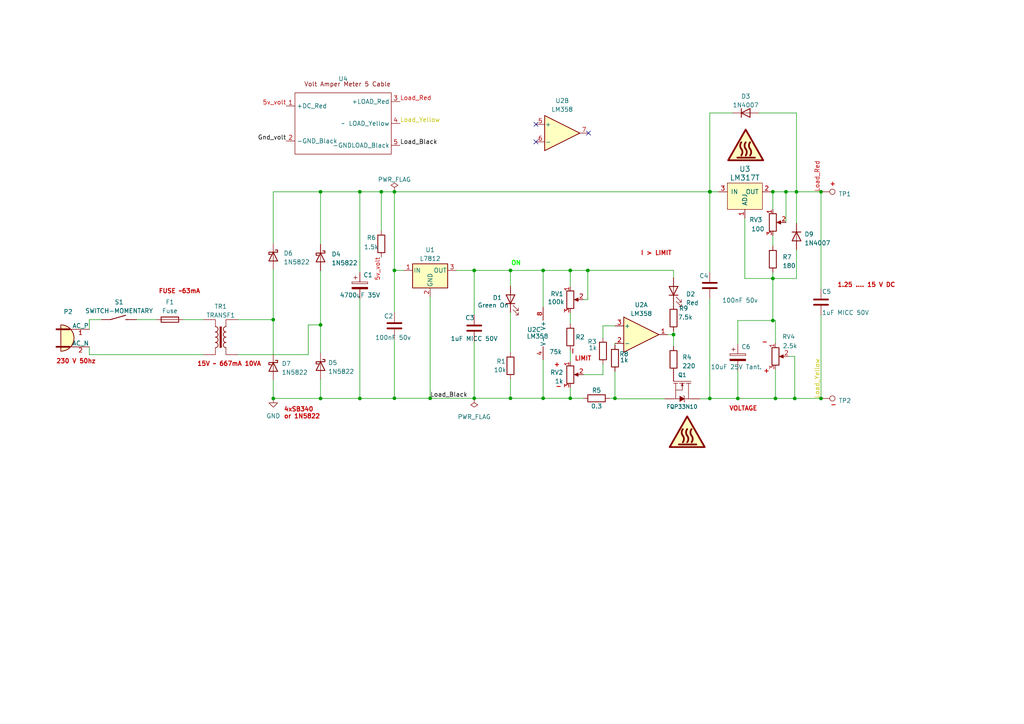
<source format=kicad_sch>
(kicad_sch (version 20230121) (generator eeschema)
  (paper "A4")
  (lib_symbols
    (symbol "Amplifier_Operational:LM358" (pin_names (offset 0.127))
      (property "Reference" "U" (at 0 5.08 0))
      (property "Value" "LM358" (at 0 -5.08 0))
      (symbol "LM358_1_1"
        (polyline (pts (xy -5.08 5.08) (xy 5.08 0) (xy -5.08 -5.08) (xy -5.08 5.08)) (stroke (width 0.254)) (fill (type background)))
        (pin output line (at 7.62 0 180) (length 2.54) (name "~") (number "1"))
        (pin input line (at -7.62 -2.54 0) (length 2.54) (name "-") (number "2"))
        (pin input line (at -7.62 2.54 0) (length 2.54) (name "+") (number "3"))
      )
      (symbol "LM358_2_1"
        (polyline (pts (xy -5.08 5.08) (xy 5.08 0) (xy -5.08 -5.08) (xy -5.08 5.08)) (stroke (width 0.254)) (fill (type background)))
        (pin input line (at -7.62 2.54 0) (length 2.54) (name "+") (number "5"))
        (pin input line (at -7.62 -2.54 0) (length 2.54) (name "-") (number "6"))
        (pin output line (at 7.62 0 180) (length 2.54) (name "~") (number "7"))
      )
      (symbol "LM358_3_1"
        (pin power_in line (at -2.54 -7.62 90) (length 3.81) (name "V-") (number "4"))
        (pin power_in line (at -2.54 7.62 270) (length 3.81) (name "V+") (number "8"))
      )
    )
    (symbol "Bench_Power_Supply:Volt_AM_Meter"
      (property "Reference" "U" (at 0 0 0))
      (symbol "Volt_AM_Meter_0_1"
        (rectangle (start -13.97 8.89) (end 13.97 -8.89))
      )
      (symbol "Volt_AM_Meter_1_1"
        (text "Volt Amper Meter 5 Cable" (at 1.27 11.43 0) (effects (font (size 1.27 1.27))))
        (pin power_in line (at -16.51 5.08 0) (length 2.54) (name "+DC_Red") (number "1"))
        (pin power_out line (at -16.51 -5.08 0) (length 2.54) (name "-GND_Black") (number "2"))
        (pin power_in line (at 16.51 6.35 180) (length 2.54) (name "+LOAD_Red") (number "3"))
        (pin power_in line (at 16.51 0 180) (length 2.54) (name "LOAD_Yellow") (number "4"))
        (pin power_out line (at 16.51 -6.35 180) (length 2.54) (name "-GNDLOAD_Black") (number "5"))
      )
    )
    (symbol "Connector:Conn_WallPlug" (pin_names (offset 0))
      (property "Reference" "P" (at -1.27 4.445 0))
      (property "Value" "Conn_WallPlug" (at -5.715 0 90))
      (symbol "Conn_WallPlug_0_1"
        (arc (start -3.175 -3.81) (mid 0.6184 0) (end -3.175 3.81) (stroke (width 0.254)) (fill (type background)))
        (polyline (pts (xy -4.445 -2.54) (xy -0.635 -2.54)) (stroke (width 0.508)))
        (polyline (pts (xy -4.445 2.54) (xy -0.635 2.54)) (stroke (width 0.508)))
        (polyline (pts (xy -3.175 -3.81) (xy -3.175 3.81)) (stroke (width 0.254)))
        (polyline (pts (xy -0.635 -2.54) (xy 2.54 -2.54)))
        (polyline (pts (xy -0.635 2.54) (xy 2.54 2.54)))
      )
      (symbol "Conn_WallPlug_1_1"
        (pin power_out line (at 5.08 2.54 180) (length 5.08) (name "AC_P") (number "1"))
        (pin power_out line (at 5.08 -2.54 180) (length 5.08) (name "AC_N") (number "2"))
      )
    )
    (symbol "Connector:TestPoint" (pin_numbers hide) (pin_names (offset 0.762) hide)
      (property "Reference" "TP" (at 0 6.858 0))
      (property "Value" "TestPoint" (at 0 5.08 0))
      (symbol "TestPoint_0_1"
        (circle (center 0 3.302) (radius 0.762))
      )
      (symbol "TestPoint_1_1"
        (pin passive line (at 0 0 90) (length 2.54) (name "1") (number "1"))
      )
    )
    (symbol "Device:C" (pin_numbers hide) (pin_names (offset 0.254))
      (property "Reference" "C" (at 0.635 2.54 0))
      (property "Value" "C" (at 0.635 -2.54 0))
      (symbol "C_0_1"
        (polyline (pts (xy -2.032 -0.762) (xy 2.032 -0.762)) (stroke (width 0.508)))
        (polyline (pts (xy -2.032 0.762) (xy 2.032 0.762)) (stroke (width 0.508)))
      )
      (symbol "C_1_1"
        (pin passive line (at 0 3.81 270) (length 2.794) (name "~") (number "1"))
        (pin passive line (at 0 -3.81 90) (length 2.794) (name "~") (number "2"))
      )
    )
    (symbol "Device:C_Polarized" (pin_numbers hide) (pin_names (offset 0.254))
      (property "Reference" "C" (at 0.635 2.54 0))
      (property "Value" "C_Polarized" (at 0.635 -2.54 0))
      (symbol "C_Polarized_0_1"
        (rectangle (start -2.286 0.508) (end 2.286 1.016))
        (polyline (pts (xy -1.778 2.286) (xy -0.762 2.286)))
        (polyline (pts (xy -1.27 2.794) (xy -1.27 1.778)))
        (rectangle (start 2.286 -0.508) (end -2.286 -1.016) (fill (type outline)))
      )
      (symbol "C_Polarized_1_1"
        (pin passive line (at 0 3.81 270) (length 2.794) (name "~") (number "1"))
        (pin passive line (at 0 -3.81 90) (length 2.794) (name "~") (number "2"))
      )
    )
    (symbol "Device:Fuse" (pin_numbers hide) (pin_names (offset 0))
      (property "Reference" "F" (at 2.032 0 90))
      (property "Value" "Fuse" (at -1.905 0 90))
      (symbol "Fuse_0_1"
        (rectangle (start -0.762 -2.54) (end 0.762 2.54) (stroke (width 0.254)))
        (polyline (pts (xy 0 2.54) (xy 0 -2.54)))
      )
      (symbol "Fuse_1_1"
        (pin passive line (at 0 3.81 270) (length 1.27) (name "~") (number "1"))
        (pin passive line (at 0 -3.81 90) (length 1.27) (name "~") (number "2"))
      )
    )
    (symbol "Device:LED" (pin_numbers hide) (pin_names (offset 1.016) hide)
      (property "Reference" "D" (at 0 2.54 0))
      (property "Value" "LED" (at 0 -2.54 0))
      (symbol "LED_0_1"
        (polyline (pts (xy -1.27 -1.27) (xy -1.27 1.27)) (stroke (width 0.254)))
        (polyline (pts (xy -1.27 0) (xy 1.27 0)))
        (polyline (pts (xy 1.27 -1.27) (xy 1.27 1.27) (xy -1.27 0) (xy 1.27 -1.27)) (stroke (width 0.254)))
        (polyline (pts (xy -3.048 -0.762) (xy -4.572 -2.286) (xy -3.81 -2.286) (xy -4.572 -2.286) (xy -4.572 -1.524)))
        (polyline (pts (xy -1.778 -0.762) (xy -3.302 -2.286) (xy -2.54 -2.286) (xy -3.302 -2.286) (xy -3.302 -1.524)))
      )
      (symbol "LED_1_1"
        (pin passive line (at -3.81 0 0) (length 2.54) (name "K") (number "1"))
        (pin passive line (at 3.81 0 180) (length 2.54) (name "A") (number "2"))
      )
    )
    (symbol "Device:R" (pin_numbers hide) (pin_names (offset 0))
      (property "Reference" "R" (at 2.032 0 90))
      (property "Value" "R" (at 0 0 90))
      (symbol "R_0_1"
        (rectangle (start -1.016 -2.54) (end 1.016 2.54) (stroke (width 0.254)))
      )
      (symbol "R_1_1"
        (pin passive line (at 0 3.81 270) (length 1.27) (name "~") (number "1"))
        (pin passive line (at 0 -3.81 90) (length 1.27) (name "~") (number "2"))
      )
    )
    (symbol "Device:R_Potentiometer" (pin_names (offset 1.016) hide)
      (property "Reference" "RV" (at -4.445 0 90))
      (property "Value" "R_Potentiometer" (at -2.54 0 90))
      (symbol "R_Potentiometer_0_1"
        (polyline (pts (xy 2.54 0) (xy 1.524 0)))
        (polyline (pts (xy 1.143 0) (xy 2.286 0.508) (xy 2.286 -0.508) (xy 1.143 0)) (fill (type outline)))
        (rectangle (start 1.016 2.54) (end -1.016 -2.54) (stroke (width 0.254)))
      )
      (symbol "R_Potentiometer_1_1"
        (pin passive line (at 0 3.81 270) (length 1.27) (name "1") (number "1"))
        (pin passive line (at 3.81 0 180) (length 1.27) (name "2") (number "2"))
        (pin passive line (at 0 -3.81 90) (length 1.27) (name "3") (number "3"))
      )
    )
    (symbol "Diode:1N4007" (pin_numbers hide) (pin_names hide)
      (property "Reference" "D" (at 0 2.54 0))
      (property "Value" "1N4007" (at 0 -2.54 0))
      (symbol "1N4007_0_1"
        (polyline (pts (xy -1.27 1.27) (xy -1.27 -1.27)) (stroke (width 0.254)))
        (polyline (pts (xy 1.27 0) (xy -1.27 0)))
        (polyline (pts (xy 1.27 1.27) (xy 1.27 -1.27) (xy -1.27 0) (xy 1.27 1.27)) (stroke (width 0.254)))
      )
      (symbol "1N4007_1_1"
        (pin passive line (at -3.81 0 0) (length 2.54) (name "K") (number "1"))
        (pin passive line (at 3.81 0 180) (length 2.54) (name "A") (number "2"))
      )
    )
    (symbol "Diode:1N5822" (pin_numbers hide) (pin_names (offset 1.016) hide)
      (property "Reference" "D" (at 0 2.54 0))
      (property "Value" "1N5822" (at 0 -2.54 0))
      (symbol "1N5822_0_1"
        (polyline (pts (xy 1.27 0) (xy -1.27 0)))
        (polyline (pts (xy 1.27 1.27) (xy 1.27 -1.27) (xy -1.27 0) (xy 1.27 1.27)) (stroke (width 0.254)))
        (polyline (pts (xy -1.905 0.635) (xy -1.905 1.27) (xy -1.27 1.27) (xy -1.27 -1.27) (xy -0.635 -1.27) (xy -0.635 -0.635)) (stroke (width 0.254)))
      )
      (symbol "1N5822_1_1"
        (pin passive line (at -3.81 0 0) (length 2.54) (name "K") (number "1"))
        (pin passive line (at 3.81 0 180) (length 2.54) (name "A") (number "2"))
      )
    )
    (symbol "Graphic:SYM_Hot_Large" (on_board no)
      (symbol "SYM_Hot_Large_0_1"
        (arc (start -1.27 -3.683) (mid -0.9449 -2.728) (end -1.27 -1.778) (stroke (width 0.508)))
        (arc (start -1.27 0.127) (mid -1.5951 -0.828) (end -1.27 -1.778) (stroke (width 0.508)))
        (arc (start 0 -3.683) (mid 0.3251 -2.728) (end 0 -1.778) (stroke (width 0.508)))
        (polyline (pts (xy -2.413 -4.318) (xy 2.667 -4.318)) (stroke (width 0.508)))
        (polyline (pts (xy -5.08 -5.08) (xy 5.08 -5.08) (xy 0 3.81) (xy -5.08 -5.08)) (stroke (width 0.508)) (fill (type background)))
        (arc (start 0 0.127) (mid -0.3251 -0.828) (end 0 -1.778) (stroke (width 0.508)))
        (arc (start 1.27 -3.683) (mid 1.5951 -2.728) (end 1.27 -1.778) (stroke (width 0.508)))
        (arc (start 1.27 0.127) (mid 0.9449 -0.828) (end 1.27 -1.778) (stroke (width 0.508)))
      )
    )
    (symbol "Regulator_Linear:L7812" (pin_names (offset 0.254))
      (property "Reference" "U" (at -3.81 3.175 0))
      (property "Value" "L7812" (at 0 3.175 0))
      (symbol "L7812_0_1"
        (rectangle (start -5.08 1.905) (end 5.08 -5.08) (stroke (width 0.254)) (fill (type background)))
      )
      (symbol "L7812_1_1"
        (pin power_in line (at -7.62 0 0) (length 2.54) (name "IN") (number "1"))
        (pin power_in line (at 0 -7.62 90) (length 2.54) (name "GND") (number "2"))
        (pin power_out line (at 7.62 0 180) (length 2.54) (name "OUT") (number "3"))
      )
    )
    (symbol "SparkFun-DiscreteSemi:MOSFET-NCH-FQP30N06L" (pin_numbers hide) (pin_names (offset 1.016) hide)
      (property "Reference" "Q" (at 3.81 3.81 0))
      (property "Value" "MOSFET-NCH-FQP30N06L" (at 3.81 -5.08 0))
      (property "Field4" "TRANS-10060" (at 0 7.62 0))
      (symbol "MOSFET-NCH-FQP30N06L_1_0"
        (polyline (pts (xy -2.54 -2.54) (xy -2.54 2.54)))
        (polyline (pts (xy -1.9812 -1.905) (xy -1.9812 -2.54)))
        (polyline (pts (xy -1.9812 -1.905) (xy 0 -1.905)))
        (polyline (pts (xy -1.9812 -1.2954) (xy -1.9812 -1.905)))
        (polyline (pts (xy -1.9812 0.6858) (xy -1.9812 -0.8382)))
        (polyline (pts (xy -1.9812 1.8034) (xy -1.9812 1.0922)))
        (polyline (pts (xy -1.9812 1.8034) (xy 2.54 1.8034)))
        (polyline (pts (xy -1.9812 2.54) (xy -1.9812 1.8034)))
        (polyline (pts (xy 0 -1.905) (xy 0 0)))
        (polyline (pts (xy 0 0) (xy -1.2192 0)))
        (polyline (pts (xy 1.6002 0.381) (xy 1.778 0.5588)))
        (polyline (pts (xy 2.54 -2.54) (xy 2.54 -1.905)))
        (polyline (pts (xy 2.54 -1.905) (xy 0 -1.905)))
        (polyline (pts (xy 2.54 -0.7112) (xy 2.54 -1.905)))
        (polyline (pts (xy 2.54 0.5588) (xy 1.778 0.5588)))
        (polyline (pts (xy 2.54 0.5588) (xy 3.302 0.5588)))
        (polyline (pts (xy 2.54 1.8034) (xy 2.54 0.5588)))
        (polyline (pts (xy 2.54 2.54) (xy 2.54 1.8034)))
        (polyline (pts (xy 3.302 0.5588) (xy 3.4798 0.7366)))
      )
      (symbol "MOSFET-NCH-FQP30N06L_1_1"
        (polyline (pts (xy -1.9812 0) (xy -1.2192 0.254) (xy -1.2192 0.254) (xy -1.2192 -0.254) (xy -1.2192 -0.254) (xy -1.9812 0)) (fill (type outline)))
        (polyline (pts (xy 1.778 -0.7112) (xy 2.54 0.5588) (xy 2.54 0.5588) (xy 3.302 -0.7112) (xy 3.302 -0.7112) (xy 1.778 -0.7112)) (fill (type outline)))
        (pin bidirectional line (at -5.08 -2.54 0) (length 2.54) (name "G") (number "1"))
        (pin bidirectional line (at 2.54 5.08 270) (length 2.54) (name "D") (number "2"))
        (pin bidirectional line (at 2.54 -5.08 90) (length 2.54) (name "S") (number "3"))
      )
    )
    (symbol "Switches:SWITCH-MOMENTARY" (pin_numbers hide) (pin_names (offset 1.27) hide)
      (property "Reference" "S" (at -2.54 2.54 0))
      (property "Value" "SWITCH-MOMENTARY" (at -2.54 -2.54 0))
      (symbol "SWITCH-MOMENTARY_1_0"
        (polyline (pts (xy -2.54 0) (xy 1.905 1.27)) (stroke (width 0.254)))
        (polyline (pts (xy 1.905 0) (xy 2.54 0)) (stroke (width 0.254)))
      )
      (symbol "SWITCH-MOMENTARY_1_1"
        (pin passive line (at -5.08 0 0) (length 2.54) (name "1") (number "1"))
        (pin passive line (at 5.08 0 180) (length 2.54) (name "2") (number "3"))
      )
    )
    (symbol "Transformer:TRANSF1" (pin_numbers hide) (pin_names (offset 0))
      (property "Reference" "TR" (at 0 6.35 0))
      (property "Value" "TRANSF1" (at 0 -6.35 0))
      (symbol "TRANSF1_0_1"
        (arc (start -1.524 -3.048) (mid -0.7653 -2.286) (end -1.524 -1.524) (stroke (width 0.2032)))
        (arc (start -1.524 -1.524) (mid -0.7653 -0.762) (end -1.524 0) (stroke (width 0.2032)))
        (arc (start -1.524 0) (mid -0.7653 0.762) (end -1.524 1.524) (stroke (width 0.2032)))
        (arc (start -1.524 1.524) (mid -0.7653 2.286) (end -1.524 3.048) (stroke (width 0.2032)))
        (rectangle (start -0.254 3.048) (end 0.254 -3.048) (stroke (width 0.0254)) (fill (type outline)))
        (polyline (pts (xy -2.54 5.08) (xy -1.524 5.08) (xy -1.524 3.048) (xy -1.524 3.048)) (stroke (width 0.1524)))
        (polyline (pts (xy -1.524 -3.048) (xy -1.524 -5.08) (xy -2.54 -5.08) (xy -2.54 -5.08)) (stroke (width 0.1524)))
        (polyline (pts (xy 1.524 3.048) (xy 1.524 5.08) (xy 2.54 5.08) (xy 2.54 5.08)) (stroke (width 0.1524)))
        (polyline (pts (xy 2.54 -5.08) (xy 1.524 -5.08) (xy 1.524 -3.048) (xy 1.524 -3.048)) (stroke (width 0.1524)))
        (arc (start 1.524 -1.524) (mid 0.7653 -2.286) (end 1.524 -3.048) (stroke (width 0.2032)))
        (arc (start 1.524 0) (mid 0.7653 -0.762) (end 1.524 -1.524) (stroke (width 0.2032)))
        (arc (start 1.524 1.524) (mid 0.7653 0.762) (end 1.524 0) (stroke (width 0.2032)))
        (arc (start 1.524 3.048) (mid 0.7653 2.286) (end 1.524 1.524) (stroke (width 0.2032)))
      )
      (symbol "TRANSF1_1_1"
        (pin passive line (at -5.08 5.08 0) (length 2.54) (name "~") (number "1"))
        (pin passive line (at -5.08 -5.08 0) (length 2.54) (name "~") (number "2"))
        (pin passive line (at 5.08 -5.08 180) (length 2.54) (name "~") (number "3"))
        (pin passive line (at 5.08 5.08 180) (length 2.54) (name "~") (number "4"))
      )
    )
    (symbol "dk_PMIC-Voltage-Regulators-Linear:LM317T" (pin_names (offset 1.016))
      (property "Reference" "U" (at 0 3.81 0))
      (property "Value" "LM317T" (at 0 6.35 0))
      (symbol "LM317T_0_1"
        (rectangle (start -5.08 2.54) (end 5.08 -5.08) (fill (type background)))
      )
      (symbol "LM317T_1_1"
        (pin input line (at 0 -7.62 90) (length 2.54) (name "ADJ") (number "1"))
        (pin power_out line (at 7.62 0 180) (length 2.54) (name "OUT") (number "2"))
        (pin power_in line (at -7.62 0 0) (length 2.54) (name "IN") (number "3"))
      )
    )
    (symbol "power:GND" (power) (pin_names (offset 0))
      (property "Value" "GND" (at 0 -3.81 0))
      (symbol "GND_0_1"
        (polyline (pts (xy 0 0) (xy 0 -1.27) (xy 1.27 -1.27) (xy 0 -2.54) (xy -1.27 -1.27) (xy 0 -1.27)))
      )
      (symbol "GND_1_1"
        (pin power_in line (at 0 0 270) (length 0) hide (name "GND") (number "1"))
      )
    )
    (symbol "power:PWR_FLAG" (power) (pin_numbers hide) (pin_names (offset 0) hide)
      (property "Value" "PWR_FLAG" (at 0 3.81 0))
      (symbol "PWR_FLAG_0_0"
        (pin power_out line (at 0 0 90) (length 0) (name "pwr") (number "1"))
      )
      (symbol "PWR_FLAG_0_1"
        (polyline (pts (xy 0 0) (xy 0 1.27) (xy -1.016 1.905) (xy 0 2.54) (xy 1.016 1.905) (xy 0 1.27)))
      )
    )
  )
  (junction (at 114.4016 55.626))
  (junction (at 79.2734 115.57))
  (junction (at 205.9432 55.626))
  (junction (at 157.5308 115.5192))
  (junction (at 92.964 115.57))
  (junction (at 170.4848 78.4352))
  (junction (at 92.964 94.234))
  (junction (at 238.125 115.57))
  (junction (at 104.3686 115.57))
  (junction (at 148.0566 78.4352))
  (junction (at 205.867 55.6006))
  (junction (at 227.965 55.626))
  (junction (at 224.917 115.57))
  (junction (at 79.248 92.71))
  (junction (at 205.867 55.626))
  (junction (at 92.964 55.626))
  (junction (at 230.505 115.57))
  (junction (at 231.013 55.626))
  (junction (at 104.3686 55.626))
  (junction (at 165.4048 115.5192))
  (junction (at 213.995 115.57))
  (junction (at 238.125 55.626))
  (junction (at 224.155 55.626))
  (junction (at 224.155 92.964))
  (junction (at 195.3514 97.0534))
  (junction (at 137.541 78.4352))
  (junction (at 114.4016 78.4352))
  (junction (at 178.3588 115.5192))
  (junction (at 205.867 115.57))
  (junction (at 124.7648 115.5192))
  (junction (at 110.5916 55.626))
  (junction (at 137.541 115.5192))
  (junction (at 165.4048 78.4352))
  (junction (at 114.4016 115.5192))
  (junction (at 224.155 80.772))
  (junction (at 157.5308 78.4352))
  (junction (at 148.0566 115.5192))
  (no_connect (at 170.688 38.608))
  (no_connect (at 155.448 36.068))
  (no_connect (at 155.448 41.148))
  (wire (pts (xy 205.867 32.766) (xy 205.867 55.6006)))
  (wire (pts (xy 238.125 83.82) (xy 238.125 55.626)))
  (wire (pts (xy 224.155 80.772) (xy 224.155 92.964)))
  (wire (pts (xy 174.879 108.6612) (xy 169.2148 108.6612)))
  (wire (pts (xy 227.965 55.626) (xy 231.013 55.626)))
  (wire (pts (xy 170.4848 78.4098) (xy 170.4848 78.4352)))
  (wire (pts (xy 165.4048 115.5192) (xy 169.2148 115.5192)))
  (wire (pts (xy 165.4048 78.4352) (xy 170.4848 78.4352)))
  (wire (pts (xy 224.155 55.626) (xy 224.155 60.706)))
  (wire (pts (xy 114.4016 78.4352) (xy 114.4016 90.678)))
  (wire (pts (xy 220.091 32.766) (xy 231.013 32.766)))
  (wire (pts (xy 114.4016 55.626) (xy 205.867 55.626)))
  (wire (pts (xy 79.248 115.57) (xy 79.2734 115.57)))
  (wire (pts (xy 224.917 107.188) (xy 224.917 115.57)))
  (wire (pts (xy 137.541 78.4352) (xy 132.3848 78.4352)))
  (wire (pts (xy 79.2734 115.57) (xy 92.964 115.57)))
  (wire (pts (xy 170.4848 78.4098) (xy 195.3514 78.4098)))
  (wire (pts (xy 92.964 55.626) (xy 92.964 70.866)))
  (wire (pts (xy 110.5916 74.5236) (xy 110.5916 74.549)))
  (wire (pts (xy 89.408 102.87) (xy 89.408 94.234)))
  (wire (pts (xy 110.5916 55.626) (xy 110.5916 66.929)))
  (wire (pts (xy 169.2148 86.9188) (xy 170.4848 86.9188)))
  (wire (pts (xy 174.879 94.5134) (xy 174.879 97.9932)))
  (wire (pts (xy 195.3514 96.0628) (xy 195.3514 97.0534)))
  (wire (pts (xy 25.908 102.87) (xy 58.928 102.87)))
  (wire (pts (xy 148.0566 78.4352) (xy 157.5308 78.4352)))
  (wire (pts (xy 114.4016 115.5192) (xy 114.4016 115.57)))
  (wire (pts (xy 79.248 55.626) (xy 79.248 70.612)))
  (wire (pts (xy 178.3588 115.6716) (xy 178.3588 115.5192)))
  (wire (pts (xy 69.088 102.87) (xy 89.408 102.87)))
  (wire (pts (xy 137.541 91.3638) (xy 137.541 78.4352)))
  (wire (pts (xy 178.3588 100.076) (xy 178.3588 99.5934)))
  (wire (pts (xy 104.3686 115.57) (xy 92.964 115.57)))
  (wire (pts (xy 124.7648 86.0552) (xy 124.7648 115.5192)))
  (wire (pts (xy 205.867 55.6006) (xy 205.867 55.626)))
  (wire (pts (xy 231.013 72.39) (xy 231.013 80.772)))
  (wire (pts (xy 29.464 92.71) (xy 25.908 92.71)))
  (wire (pts (xy 224.155 80.772) (xy 224.155 78.994)))
  (wire (pts (xy 170.4848 86.9188) (xy 170.4848 78.4352)))
  (wire (pts (xy 137.541 98.9838) (xy 137.541 115.5192)))
  (wire (pts (xy 148.0566 115.5192) (xy 157.5308 115.5192)))
  (wire (pts (xy 213.995 99.822) (xy 213.995 92.964)))
  (wire (pts (xy 213.995 107.442) (xy 213.995 115.57)))
  (wire (pts (xy 202.9714 115.6716) (xy 205.867 115.6716)))
  (wire (pts (xy 205.9432 55.626) (xy 208.407 55.626)))
  (wire (pts (xy 114.4016 98.298) (xy 114.4016 115.5192)))
  (wire (pts (xy 165.4048 115.5192) (xy 165.4048 112.4712)))
  (wire (pts (xy 205.9432 55.626) (xy 205.9432 55.6006)))
  (wire (pts (xy 104.3686 55.626) (xy 110.5916 55.626)))
  (wire (pts (xy 53.086 92.71) (xy 58.928 92.71)))
  (wire (pts (xy 157.5308 104.3432) (xy 157.5308 115.5192)))
  (wire (pts (xy 114.4016 55.626) (xy 114.4016 78.4352)))
  (wire (pts (xy 224.917 92.964) (xy 224.917 99.568)))
  (wire (pts (xy 104.3686 55.626) (xy 104.3686 78.994)))
  (wire (pts (xy 79.248 55.626) (xy 92.964 55.626)))
  (wire (pts (xy 195.3514 88.1634) (xy 195.3514 88.4428)))
  (wire (pts (xy 205.9432 55.6006) (xy 205.867 55.6006)))
  (wire (pts (xy 205.867 86.614) (xy 205.867 115.57)))
  (wire (pts (xy 238.125 91.44) (xy 238.125 115.57)))
  (wire (pts (xy 195.3514 78.4098) (xy 195.3514 80.5434)))
  (wire (pts (xy 224.155 92.964) (xy 224.917 92.964)))
  (wire (pts (xy 205.867 55.626) (xy 205.867 78.994)))
  (wire (pts (xy 114.4016 115.5192) (xy 124.7648 115.5192)))
  (wire (pts (xy 238.125 115.57) (xy 230.505 115.57)))
  (wire (pts (xy 231.013 55.626) (xy 231.013 64.77)))
  (wire (pts (xy 157.5308 78.4352) (xy 165.4048 78.4352)))
  (wire (pts (xy 104.3686 115.57) (xy 114.4016 115.57)))
  (wire (pts (xy 224.917 115.57) (xy 213.995 115.57)))
  (wire (pts (xy 92.964 78.486) (xy 92.964 94.234)))
  (wire (pts (xy 224.155 55.626) (xy 227.965 55.626)))
  (wire (pts (xy 238.125 55.626) (xy 231.013 55.626)))
  (wire (pts (xy 137.541 78.4352) (xy 148.0566 78.4352)))
  (wire (pts (xy 114.4016 78.4352) (xy 117.1448 78.4352)))
  (wire (pts (xy 231.013 32.766) (xy 231.013 55.626)))
  (wire (pts (xy 79.248 110.236) (xy 79.248 115.57)))
  (wire (pts (xy 205.867 115.6716) (xy 205.867 115.57)))
  (wire (pts (xy 224.155 68.326) (xy 224.155 71.374)))
  (wire (pts (xy 178.3588 115.5192) (xy 176.8348 115.5192)))
  (wire (pts (xy 165.4048 83.1088) (xy 165.4048 78.4352)))
  (wire (pts (xy 124.7648 115.5192) (xy 137.541 115.5192)))
  (wire (pts (xy 230.505 103.378) (xy 230.505 115.57)))
  (wire (pts (xy 69.088 92.71) (xy 79.248 92.71)))
  (wire (pts (xy 193.6242 97.0534) (xy 195.3514 97.0534)))
  (wire (pts (xy 92.964 55.626) (xy 104.3686 55.626)))
  (wire (pts (xy 227.965 64.516) (xy 227.965 55.626)))
  (wire (pts (xy 25.908 92.71) (xy 25.908 95.504)))
  (wire (pts (xy 212.471 32.766) (xy 205.867 32.766)))
  (wire (pts (xy 178.3588 99.5934) (xy 178.3842 99.5934)))
  (wire (pts (xy 79.248 92.71) (xy 79.248 102.616)))
  (wire (pts (xy 92.964 94.234) (xy 92.964 102.362)))
  (wire (pts (xy 195.3514 97.0534) (xy 195.3514 100.4316)))
  (wire (pts (xy 79.248 78.232) (xy 79.248 92.71)))
  (wire (pts (xy 165.4048 115.5192) (xy 157.5308 115.5192)))
  (wire (pts (xy 39.624 92.71) (xy 45.466 92.71)))
  (wire (pts (xy 104.3686 86.614) (xy 104.3686 115.57)))
  (wire (pts (xy 148.0566 90.6018) (xy 148.0566 102.2858)))
  (wire (pts (xy 231.013 80.772) (xy 224.155 80.772)))
  (wire (pts (xy 223.647 55.626) (xy 224.155 55.626)))
  (wire (pts (xy 228.727 103.378) (xy 230.505 103.378)))
  (wire (pts (xy 230.505 115.57) (xy 224.917 115.57)))
  (wire (pts (xy 178.3588 107.696) (xy 178.3588 115.5192)))
  (wire (pts (xy 92.964 109.982) (xy 92.964 115.57)))
  (wire (pts (xy 148.0566 78.4352) (xy 148.0566 82.9818)))
  (wire (pts (xy 178.3588 115.6716) (xy 192.8114 115.6716)))
  (wire (pts (xy 148.0566 109.9058) (xy 148.0566 115.5192)))
  (wire (pts (xy 216.027 63.246) (xy 216.027 80.772)))
  (wire (pts (xy 165.4048 90.7288) (xy 165.4048 93.9292)))
  (wire (pts (xy 89.408 94.234) (xy 92.964 94.234)))
  (wire (pts (xy 137.541 115.5192) (xy 148.0566 115.5192)))
  (wire (pts (xy 213.995 92.964) (xy 224.155 92.964)))
  (wire (pts (xy 213.995 115.57) (xy 205.867 115.57)))
  (wire (pts (xy 157.5308 78.4352) (xy 157.5308 89.1032)))
  (wire (pts (xy 25.908 102.87) (xy 25.908 100.584)))
  (wire (pts (xy 216.027 80.772) (xy 224.155 80.772)))
  (wire (pts (xy 205.867 55.626) (xy 205.9432 55.626)))
  (wire (pts (xy 110.5916 55.626) (xy 114.4016 55.626)))
  (wire (pts (xy 174.879 105.6132) (xy 174.879 108.6612)))
  (wire (pts (xy 178.3842 94.5134) (xy 174.879 94.5134)))
  (wire (pts (xy 165.4048 101.5492) (xy 165.4048 104.8512)))
  (text "15V ~ 667mA 10VA" (at 57.15 106.426 0) (effects (font (size 1.27 1.27) (thickness 0.254) bold) (justify left bottom)))
  (text "ON" (at 148.1836 77.1906 0) (effects (font (size 1.27 1.27) (thickness 0.254) bold) (justify left bottom)))
  (text "FUSE ~63mA" (at 45.974 85.344 0) (effects (font (size 1.27 1.27) (thickness 0.254) bold) (justify left bottom)))
  (text "-" (at 161.0868 112.9792 0) (effects (font (size 1.27 1.27) (thickness 0.254) bold) (justify left bottom)))
  (text "+" (at 240.5634 54.229 0) (effects (font (size 1.27 1.27) (thickness 0.254) bold) (justify left bottom)))
  (text "-" (at 240.792 118.2878 0) (effects (font (size 1.27 1.27) (thickness 0.254) bold) (justify left bottom)))
  (text "VOLTAGE\n" (at 211.455 119.38 0) (effects (font (size 1.27 1.27) (thickness 0.254) bold) (justify left bottom)))
  (text "4xSB340\nor 1N5822" (at 82.296 121.666 0) (effects (font (size 1.27 1.27) (thickness 0.254) bold) (justify left bottom)))
  (text "I > LIMIT\n" (at 185.801 74.295 0) (effects (font (size 1.27 1.27) (thickness 0.254) bold) (justify left bottom)))
  (text "I\n LIMIT\n" (at 165.6588 104.8766 0) (effects (font (size 1.27 1.27) (thickness 0.254) bold) (justify left bottom)))
  (text "+" (at 160.5788 106.6292 0) (effects (font (size 1.27 1.27) (thickness 0.254) bold) (justify left bottom)))
  (text "230 V 50hz" (at 16.256 105.664 0) (effects (font (size 1.27 1.27) (thickness 0.254) bold) (justify left bottom)))
  (text "1.25 .... 15 V DC\n" (at 242.824 83.5406 0) (effects (font (size 1.27 1.27) (thickness 0.254) bold) (justify left bottom)))
  (text "-" (at 220.853 100.076 0) (effects (font (size 1.27 1.27) (thickness 0.254) bold) (justify left bottom)))
  (text "+" (at 221.361 108.458 0) (effects (font (size 1.27 1.27) (thickness 0.254) bold) (justify left bottom)))
  (label "5v_volt" (at 110.5916 74.5236 270))
  (label "Load_Black" (at 116.0272 42.164 0))
  (label "5v_volt" (at 83.0072 30.734 180))
  (label "Gnd_volt" (at 83.0072 40.894 180))
  (label "Load_Black" (at 124.7648 115.4938 0))
  (label "Load_Yellow" (at 116.0272 35.814 0))
  (label "Load_Red" (at 238.125 55.626 90))
  (label "Load_Red" (at 116.0272 29.464 0))
  (label "Load_Yellow" (at 238.0996 115.57 90))
  (symbol (lib_id "Amplifier_Operational:LM358") (at 163.068 38.608 0) (unit 2)
    (property "Reference" "U2" (at 163.068 29.21 0))
    (property "Value" "LM358" (at 163.068 31.75 0))
    (property "Footprint" "Package_DIP:DIP-8_W7.62mm_LongPads" (effects hide))
    (property "Datasheet" "http://www.ti.com/lit/ds/symlink/lm2904-n.pdf" (effects hide))
  )
  (symbol (lib_id "Amplifier_Operational:LM358") (at 186.0042 97.0534 0) (unit 1)
    (property "Reference" "U2" (at 186.0042 88.4174 0))
    (property "Value" "LM358" (at 186.0042 90.9574 0))
    (property "Footprint" "Package_DIP:DIP-8_W7.62mm_LongPads" (effects hide))
    (property "Datasheet" "http://www.ti.com/lit/ds/symlink/lm2904-n.pdf" (effects hide))
  )
  (symbol (lib_id "Diode:1N4007") (at 216.281 32.766 0) (unit 1)
    (property "Reference" "D3" (at 216.281 27.94 0))
    (property "Value" "1N4007" (at 216.281 30.48 0))
    (property "Footprint" "Diode_THT:D_DO-41_SOD81_P10.16mm_Horizontal" (effects hide))
    (property "Datasheet" "http://www.vishay.com/docs/88503/1n4001.pdf" (effects hide))
    (property "Sim.Device" "D" (effects hide))
    (property "Sim.Pins" "1=K 2=A" (effects hide))
  )
  (symbol (lib_id "Device:R_Potentiometer") (at 165.4048 108.6612 0) (unit 1)
    (property "Reference" "RV2" (at 163.3728 108.0262 0) (effects (justify right)))
    (property "Value" "1k" (at 163.3728 110.5662 0) (effects (justify right)))
    (property "Footprint" "Potentiometer_THT:Potentiometer_ACP_CA9-H3,8_Horizontal" (effects hide))
  )
  (symbol (lib_id "Device:R") (at 178.3588 103.886 0) (unit 1)
    (property "Reference" "R8" (at 179.6288 102.6922 0) (effects (justify left)))
    (property "Value" "1k" (at 179.8066 104.4194 0) (effects (justify left)))
    (property "Footprint" "Resistor_THT:R_Axial_DIN0414_L11.9mm_D4.5mm_P15.24mm_Horizontal" (effects hide))
  )
  (symbol (lib_id "Device:R") (at 195.3514 104.2416 0) (unit 1)
    (property "Reference" "R4" (at 197.8914 103.6066 0) (effects (justify left)))
    (property "Value" "220" (at 197.8914 106.1466 0) (effects (justify left)))
    (property "Footprint" "Resistor_THT:R_Axial_DIN0414_L11.9mm_D4.5mm_P15.24mm_Horizontal" (effects hide))
  )
  (symbol (lib_id "Device:R") (at 224.155 75.184 0) (unit 1)
    (property "Reference" "R7" (at 226.949 74.549 0) (effects (justify left)))
    (property "Value" "180" (at 226.949 77.089 0) (effects (justify left)))
    (property "Footprint" "Resistor_THT:R_Axial_DIN0414_L11.9mm_D4.5mm_P15.24mm_Horizontal" (effects hide))
  )
  (symbol (lib_id "Diode:1N5822") (at 92.964 106.172 270) (unit 1)
    (property "Reference" "D5" (at 95.1484 105.2195 90) (effects (justify left)))
    (property "Value" "1N5822" (at 95.1484 107.7595 90) (effects (justify left)))
    (property "Footprint" "Diode_THT:D_DO-201AD_P15.24mm_Horizontal" (effects hide))
    (property "Datasheet" "http://www.vishay.com/docs/88526/1n5820.pdf" (effects hide))
  )
  (symbol (lib_id "Device:C") (at 238.125 87.63 0) (unit 1)
    (property "Reference" "C5" (at 238.379 84.582 0) (effects (justify left)))
    (property "Value" "1uF MICC 50V" (at 238.379 90.678 0) (effects (justify left)))
    (property "Footprint" "Capacitor_THT:C_Disc_D7.5mm_W5.0mm_P7.50mm" (effects hide))
  )
  (symbol (lib_id "Device:Fuse") (at 49.276 92.71 90) (unit 1)
    (property "Reference" "F1" (at 49.276 87.63 90))
    (property "Value" "Fuse" (at 49.276 90.17 90))
    (property "Footprint" "Fuse:Fuse_Littelfuse-LVR200" (effects hide))
  )
  (symbol (lib_id "Device:R_Potentiometer") (at 165.4048 86.9188 0) (unit 1)
    (property "Reference" "RV1" (at 163.449 85.2424 0) (effects (justify right)))
    (property "Value" "100k" (at 163.703 87.5538 0) (effects (justify right)))
    (property "Footprint" "Potentiometer_THT:Potentiometer_ACP_CA9-H3,8_Horizontal" (effects hide))
  )
  (symbol (lib_id "Device:C") (at 137.541 95.1738 0) (unit 1)
    (property "Reference" "C3" (at 134.9248 92.1766 0) (effects (justify left)))
    (property "Value" "1uF MICC 50V" (at 130.683 98.2218 0) (effects (justify left)))
    (property "Footprint" "Capacitor_THT:C_Disc_D7.5mm_W5.0mm_P7.50mm" (effects hide))
  )
  (symbol (lib_id "Connector:TestPoint") (at 238.125 115.57 270) (unit 1)
    (property "Reference" "TP2" (at 243.205 116.205 90) (effects (justify left)))
    (property "Value" "-" (effects hide))
    (property "Footprint" "TestPoint:TestPoint_THTPad_2.5x2.5mm_Drill1.2mm" (effects hide))
  )
  (symbol (lib_id "Graphic:SYM_Hot_Large") (at 216.281 41.402 0) (unit 1) (on_board no)
    (property "Reference" "#SYM1" (effects hide))
    (property "Value" "SYM_Hot_Large" (effects hide))
    (property "Sim.Enable" "0" (effects hide))
  )
  (symbol (lib_id "power:PWR_FLAG") (at 137.541 115.5192 180) (unit 1)
    (property "Reference" "#FLG02" (effects hide))
    (property "Value" "PWR_FLAG" (at 137.541 120.904 0))
  )
  (symbol (lib_id "Diode:1N4007") (at 231.013 68.58 270) (unit 1)
    (property "Reference" "D9" (at 233.299 67.945 90) (effects (justify left)))
    (property "Value" "1N4007" (at 233.299 70.485 90) (effects (justify left)))
    (property "Footprint" "Diode_THT:D_DO-41_SOD81_P10.16mm_Horizontal" (effects hide))
    (property "Datasheet" "http://www.vishay.com/docs/88503/1n4001.pdf" (effects hide))
    (property "Sim.Device" "D" (effects hide))
    (property "Sim.Pins" "1=K 2=A" (effects hide))
  )
  (symbol (lib_id "Device:C") (at 205.867 82.804 0) (unit 1)
    (property "Reference" "C4" (at 202.819 80.01 0) (effects (justify left)))
    (property "Value" "100nF 50v" (at 209.423 87.122 0) (effects (justify left)))
    (property "Footprint" "Capacitor_THT:C_Disc_D7.5mm_W5.0mm_P7.50mm" (effects hide))
  )
  (symbol (lib_id "Diode:1N5822") (at 79.248 106.426 270) (unit 1)
    (property "Reference" "D7" (at 81.6864 105.4735 90) (effects (justify left)))
    (property "Value" "1N5822" (at 81.6864 108.0135 90) (effects (justify left)))
    (property "Footprint" "Diode_THT:D_DO-201AD_P15.24mm_Horizontal" (effects hide))
    (property "Datasheet" "http://www.vishay.com/docs/88526/1n5820.pdf" (effects hide))
  )
  (symbol (lib_id "SparkFun-DiscreteSemi:MOSFET-NCH-FQP30N06L") (at 197.8914 113.1316 270) (unit 1)
    (property "Reference" "Q1" (at 197.8914 108.7628 90) (effects (font (size 1.143 1.143))))
    (property "Value" "FQP33N10" (at 197.8152 117.9576 90) (effects (font (size 1.143 1.143))))
    (property "Footprint" "Silicon-Standard:TO220V" (effects hide))
  )
  (symbol (lib_id "Device:R") (at 110.5916 70.739 0) (unit 1)
    (property "Reference" "R6" (at 106.3752 68.9356 0) (effects (justify left)))
    (property "Value" "1.5k" (at 105.537 71.628 0) (effects (justify left)))
    (property "Footprint" "Resistor_THT:R_Axial_DIN0414_L11.9mm_D4.5mm_P15.24mm_Horizontal" (effects hide))
  )
  (symbol (lib_id "Device:R_Potentiometer") (at 224.917 103.378 0) (unit 1)
    (property "Reference" "RV4" (at 230.632 97.663 0) (effects (justify right)))
    (property "Value" "2.5k" (at 231.267 100.33 0) (effects (justify right)))
    (property "Footprint" "Potentiometer_THT:Potentiometer_ACP_CA9-H3,8_Horizontal" (effects hide))
  )
  (symbol (lib_id "Device:C") (at 114.4016 94.488 0) (unit 1)
    (property "Reference" "C2" (at 111.3536 91.694 0) (effects (justify left)))
    (property "Value" "100nF 50v" (at 108.7882 97.917 0) (effects (justify left)))
    (property "Footprint" "Capacitor_THT:C_Disc_D7.5mm_W5.0mm_P7.50mm" (effects hide))
  )
  (symbol (lib_id "Device:R") (at 148.0566 106.0958 0) (unit 1)
    (property "Reference" "R1" (at 143.9926 104.8258 0) (effects (justify left)))
    (property "Value" "10k" (at 143.2052 107.2896 0) (effects (justify left)))
    (property "Footprint" "Resistor_THT:R_Axial_DIN0414_L11.9mm_D4.5mm_P15.24mm_Horizontal" (effects hide))
  )
  (symbol (lib_id "Diode:1N5822") (at 79.248 74.422 270) (unit 1)
    (property "Reference" "D6" (at 82.2452 73.4695 90) (effects (justify left)))
    (property "Value" "1N5822" (at 82.2452 76.0095 90) (effects (justify left)))
    (property "Footprint" "Diode_THT:D_DO-201AD_P15.24mm_Horizontal" (effects hide))
    (property "Datasheet" "http://www.vishay.com/docs/88526/1n5820.pdf" (effects hide))
  )
  (symbol (lib_id "Switches:SWITCH-MOMENTARY") (at 34.544 92.71 0) (unit 1)
    (property "Reference" "S1" (at 34.544 87.63 0))
    (property "Value" "SWITCH-MOMENTARY" (at 34.544 90.17 0))
    (property "Footprint" "Button_Switch_THT:SW_CuK_OS102011MA1QN1_SPDT_Angled" (effects hide))
  )
  (symbol (lib_id "Device:R") (at 173.0248 115.5192 90) (unit 1)
    (property "Reference" "R5" (at 173.0248 113.2332 90))
    (property "Value" "0.3" (at 173.0248 117.8052 90))
    (property "Footprint" "Resistor_THT:R_Axial_DIN0414_L11.9mm_D4.5mm_P15.24mm_Horizontal" (effects hide))
  )
  (symbol (lib_id "Device:R_Potentiometer") (at 224.155 64.516 0) (unit 1)
    (property "Reference" "RV3" (at 221.107 63.754 0) (effects (justify right)))
    (property "Value" "100" (at 221.742 66.421 0) (effects (justify right)))
    (property "Footprint" "Potentiometer_THT:Potentiometer_ACP_CA9-H3,8_Horizontal" (effects hide))
  )
  (symbol (lib_id "Connector:Conn_WallPlug") (at 20.828 98.044 0) (unit 1)
    (property "Reference" "P2" (at 19.7485 90.424 0))
    (property "Value" "Conn_WallPlug" (effects hide))
    (property "Footprint" "TerminalBlock:TerminalBlock_bornier-2_P5.08mm" (effects hide))
  )
  (symbol (lib_id "Diode:1N5822") (at 92.964 74.676 270) (unit 1)
    (property "Reference" "D4" (at 96.139 73.7235 90) (effects (justify left)))
    (property "Value" "1N5822" (at 96.139 76.2635 90) (effects (justify left)))
    (property "Footprint" "Diode_THT:D_DO-201AD_P15.24mm_Horizontal" (effects hide))
    (property "Datasheet" "http://www.vishay.com/docs/88526/1n5820.pdf" (effects hide))
  )
  (symbol (lib_id "Connector:TestPoint") (at 238.125 55.626 270) (unit 1)
    (property "Reference" "TP1" (at 243.205 56.261 90) (effects (justify left)))
    (property "Value" "+" (effects hide))
    (property "Footprint" "TestPoint:TestPoint_THTPad_2.5x2.5mm_Drill1.2mm" (effects hide))
  )
  (symbol (lib_id "power:GND") (at 79.2734 115.57 0) (unit 1)
    (property "Reference" "#PWR01" (effects hide))
    (property "Value" "GND" (at 79.2734 120.65 0))
  )
  (symbol (lib_id "Device:LED") (at 148.0566 86.7918 90) (unit 1)
    (property "Reference" "D1" (at 142.9004 86.36 90) (effects (justify right)))
    (property "Value" "Green On" (at 138.5062 88.5444 90) (effects (justify right)))
    (property "Footprint" "LED_THT:LED_D5.0mm" (effects hide))
  )
  (symbol (lib_id "Device:R") (at 195.3514 92.2528 0) (unit 1)
    (property "Reference" "R9" (at 196.9262 89.4334 0) (effects (justify left)))
    (property "Value" "7.5k" (at 196.6214 91.9988 0) (effects (justify left)))
    (property "Footprint" "Resistor_THT:R_Axial_DIN0414_L11.9mm_D4.5mm_P15.24mm_Horizontal" (effects hide))
  )
  (symbol (lib_id "Regulator_Linear:L7812") (at 124.7648 78.4352 0) (unit 1)
    (property "Reference" "U1" (at 124.7648 72.4662 0))
    (property "Value" "L7812" (at 124.7648 75.0062 0))
    (property "Footprint" "Package_TO_SOT_THT:TO-220F-3_Vertical" (effects hide))
    (property "Datasheet" "http://www.st.com/content/ccc/resource/technical/document/datasheet/41/4f/b3/b0/12/d4/47/88/CD00000444.pdf/files/CD00000444.pdf/jcr:content/translations/en.CD00000444.pdf" (effects hide))
  )
  (symbol (lib_id "Device:R") (at 174.879 101.8032 0) (unit 1)
    (property "Reference" "R3" (at 170.3832 99.0854 0) (effects (justify left)))
    (property "Value" "1k" (at 170.7134 100.8888 0) (effects (justify left)))
    (property "Footprint" "Resistor_THT:R_Axial_DIN0414_L11.9mm_D4.5mm_P15.24mm_Horizontal" (effects hide))
  )
  (symbol (lib_id "Device:C_Polarized") (at 104.3686 82.804 0) (unit 1)
    (property "Reference" "C1" (at 105.3846 79.756 0) (effects (justify left)))
    (property "Value" "4700uF 35V" (at 98.5266 85.598 0) (effects (justify left)))
    (property "Footprint" "Capacitor_THT:CP_Radial_D8.0mm_P5.00mm" (effects hide))
  )
  (symbol (lib_id "Bench_Power_Supply:Volt_AM_Meter") (at 99.5172 35.814 0) (unit 1)
    (property "Reference" "U4" (at 99.5172 22.86 0))
    (property "Value" "~" (at 99.5172 35.814 0))
    (property "Footprint" "Bench_Power_Supply:Volt_Amper_Meter_5_Cable" (effects hide))
  )
  (symbol (lib_id "Device:C_Polarized") (at 213.995 103.632 0) (unit 1)
    (property "Reference" "C6" (at 215.011 100.584 0) (effects (justify left)))
    (property "Value" "10uF 25V Tant." (at 206.121 106.426 0) (effects (justify left)))
    (property "Footprint" "Capacitor_THT:C_Disc_D8.0mm_W5.0mm_P5.00mm" (effects hide))
  )
  (symbol (lib_id "dk_PMIC-Voltage-Regulators-Linear:LM317T") (at 216.027 55.626 0) (unit 1)
    (property "Reference" "U3" (at 216.027 49.022 0) (effects (font (size 1.524 1.524))))
    (property "Value" "LM317T" (at 216.027 51.562 0) (effects (font (size 1.524 1.524))))
    (property "Footprint" "digikey-footprints:TO-220-3" (effects hide))
    (property "Datasheet" "http://www.st.com/content/ccc/resource/technical/document/datasheet/group1/a0/db/e6/9b/6f/9c/45/7b/CD00000455/files/CD00000455.pdf/jcr:content/translations/en.CD00000455.pdf" (effects hide))
    (property "Digi-Key_PN" "497-1575-5-ND" (effects hide))
    (property "MPN" "LM317T" (effects hide))
    (property "Category" "Integrated Circuits (ICs)" (effects hide))
    (property "Family" "PMIC - Voltage Regulators - Linear" (effects hide))
    (property "DK_Datasheet_Link" "http://www.st.com/content/ccc/resource/technical/document/datasheet/group1/a0/db/e6/9b/6f/9c/45/7b/CD00000455/files/CD00000455.pdf/jcr:content/translations/en.CD00000455.pdf" (effects hide))
    (property "DK_Detail_Page" "/product-detail/en/stmicroelectronics/LM317T/497-1575-5-ND/591677" (effects hide))
    (property "Description" "IC REG LIN POS ADJ 1.5A TO220AB" (effects hide))
    (property "Manufacturer" "STMicroelectronics" (effects hide))
    (property "Status" "Active" (effects hide))
  )
  (symbol (lib_id "Transformer:TRANSF1") (at 64.008 97.79 0) (unit 1)
    (property "Reference" "TR1" (at 64.008 88.9 0))
    (property "Value" "TRANSF1" (at 64.008 91.44 0))
    (property "Footprint" "Coils:TRANSFORMER" (effects hide))
  )
  (symbol (lib_id "power:PWR_FLAG") (at 114.4016 55.626 0) (unit 1)
    (property "Reference" "#FLG01" (effects hide))
    (property "Value" "PWR_FLAG" (at 114.4016 52.07 0))
  )
  (symbol (lib_id "Amplifier_Operational:LM358") (at 160.0708 96.7232 0) (unit 3)
    (property "Reference" "U2" (at 152.8826 95.631 0) (effects (justify left)))
    (property "Value" "LM358" (at 152.7556 97.536 0) (effects (justify left)))
    (property "Footprint" "Package_DIP:DIP-8_W7.62mm_LongPads" (effects hide))
    (property "Datasheet" "http://www.ti.com/lit/ds/symlink/lm2904-n.pdf" (effects hide))
  )
  (symbol (lib_id "Graphic:SYM_Hot_Large") (at 199.3138 124.587 0) (unit 1) (on_board no)
    (property "Reference" "#SYM2" (effects hide))
    (property "Value" "SYM_Hot_Large" (effects hide))
    (property "Sim.Enable" "0" (effects hide))
  )
  (symbol (lib_id "Device:LED") (at 195.3514 84.3534 90) (unit 1)
    (property "Reference" "D2" (at 198.9328 85.3059 90) (effects (justify right)))
    (property "Value" "Red" (at 198.9328 87.8459 90) (effects (justify right)))
    (property "Footprint" "LED_THT:LED_D5.0mm" (effects hide))
  )
  (symbol (lib_id "Device:R") (at 165.4048 97.7392 0) (unit 1)
    (property "Reference" "R2" (at 166.9034 97.7646 0) (effects (justify left)))
    (property "Value" "75k" (at 159.3088 102.0572 0) (effects (justify left)))
    (property "Footprint" "Resistor_THT:R_Axial_DIN0414_L11.9mm_D4.5mm_P15.24mm_Horizontal" (effects hide))
  )
)
</source>
